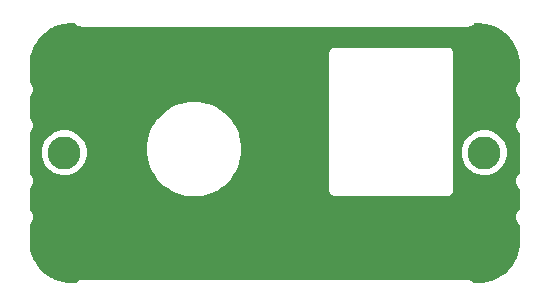
<source format=gbr>
%TF.GenerationSoftware,KiCad,Pcbnew,7.0.2*%
%TF.CreationDate,2023-05-25T14:54:35-03:00*%
%TF.ProjectId,Back_painel,4261636b-5f70-4616-996e-656c2e6b6963,rev?*%
%TF.SameCoordinates,Original*%
%TF.FileFunction,Copper,L1,Top*%
%TF.FilePolarity,Positive*%
%FSLAX46Y46*%
G04 Gerber Fmt 4.6, Leading zero omitted, Abs format (unit mm)*
G04 Created by KiCad (PCBNEW 7.0.2) date 2023-05-25 14:54:35*
%MOMM*%
%LPD*%
G01*
G04 APERTURE LIST*
%TA.AperFunction,ViaPad*%
%ADD10C,2.800000*%
%TD*%
G04 APERTURE END LIST*
D10*
%TO.N,*%
X166248470Y-104956100D03*
X130688470Y-104956100D03*
%TD*%
%TA.AperFunction,NonConductor*%
G36*
X131635144Y-94023785D02*
G01*
X131655786Y-94040419D01*
X131740799Y-94125432D01*
X131871955Y-94213052D01*
X132017694Y-94273391D01*
X132172399Y-94304123D01*
X132172400Y-94304122D01*
X132172401Y-94304123D01*
X132251267Y-94304100D01*
X164685208Y-94304100D01*
X164751100Y-94304100D01*
X164829942Y-94304100D01*
X164829944Y-94304100D01*
X164984594Y-94273338D01*
X164984595Y-94273337D01*
X164984597Y-94273337D01*
X165130279Y-94212994D01*
X165261389Y-94125389D01*
X165346358Y-94040419D01*
X165407682Y-94006934D01*
X165434040Y-94004100D01*
X165685208Y-94004100D01*
X165748049Y-94004100D01*
X165754132Y-94004248D01*
X166088029Y-94020652D01*
X166100137Y-94021845D01*
X166113216Y-94023785D01*
X166427799Y-94070449D01*
X166439717Y-94072819D01*
X166761051Y-94153309D01*
X166772688Y-94156840D01*
X166843906Y-94182322D01*
X167084567Y-94268432D01*
X167095788Y-94273079D01*
X167395263Y-94414720D01*
X167405971Y-94420444D01*
X167690088Y-94590737D01*
X167700206Y-94597497D01*
X167966270Y-94794824D01*
X167975676Y-94802544D01*
X168221113Y-95024995D01*
X168229704Y-95033586D01*
X168416855Y-95240075D01*
X168452155Y-95279023D01*
X168459875Y-95288429D01*
X168657202Y-95554493D01*
X168663962Y-95564611D01*
X168792876Y-95779692D01*
X168834248Y-95848716D01*
X168839983Y-95859444D01*
X168970180Y-96134723D01*
X168981614Y-96158897D01*
X168986270Y-96170140D01*
X169097859Y-96482011D01*
X169101392Y-96493655D01*
X169181877Y-96814969D01*
X169184251Y-96826905D01*
X169232854Y-97154562D01*
X169234047Y-97166671D01*
X169250451Y-97500565D01*
X169250600Y-97506650D01*
X169250600Y-98915534D01*
X169230915Y-98982573D01*
X169218750Y-98998506D01*
X169099914Y-99130485D01*
X169015778Y-99276213D01*
X168963780Y-99436248D01*
X168946191Y-99603600D01*
X168963780Y-99770951D01*
X169015778Y-99930986D01*
X169099912Y-100076711D01*
X169099915Y-100076714D01*
X169212511Y-100201764D01*
X169212513Y-100201765D01*
X169218750Y-100208692D01*
X169248980Y-100271684D01*
X169250600Y-100291665D01*
X169250600Y-101965534D01*
X169230915Y-102032573D01*
X169218750Y-102048506D01*
X169099914Y-102180485D01*
X169015778Y-102326213D01*
X168963780Y-102486248D01*
X168946191Y-102653599D01*
X168963780Y-102820951D01*
X169015778Y-102980986D01*
X169099912Y-103126711D01*
X169101005Y-103127925D01*
X169212511Y-103251764D01*
X169212513Y-103251765D01*
X169218750Y-103258692D01*
X169248980Y-103321684D01*
X169250600Y-103341665D01*
X169250599Y-106665534D01*
X169230914Y-106732573D01*
X169218749Y-106748506D01*
X169099914Y-106880485D01*
X169015778Y-107026213D01*
X168963780Y-107186248D01*
X168946191Y-107353600D01*
X168963780Y-107520951D01*
X169015778Y-107680986D01*
X169099912Y-107826711D01*
X169099915Y-107826714D01*
X169212511Y-107951764D01*
X169212513Y-107951765D01*
X169218750Y-107958692D01*
X169248980Y-108021684D01*
X169250600Y-108041665D01*
X169250600Y-109715534D01*
X169230915Y-109782573D01*
X169218750Y-109798506D01*
X169099914Y-109930485D01*
X169015778Y-110076213D01*
X168963780Y-110236248D01*
X168946191Y-110403600D01*
X168963780Y-110570951D01*
X169015778Y-110730986D01*
X169099912Y-110876711D01*
X169099915Y-110876714D01*
X169212511Y-111001764D01*
X169212513Y-111001765D01*
X169218750Y-111008692D01*
X169248980Y-111071684D01*
X169250600Y-111091665D01*
X169250600Y-112500548D01*
X169250451Y-112506633D01*
X169234047Y-112840528D01*
X169232854Y-112852637D01*
X169184251Y-113180294D01*
X169181877Y-113192230D01*
X169101392Y-113513544D01*
X169097859Y-113525188D01*
X168986270Y-113837059D01*
X168981614Y-113848302D01*
X168839985Y-114147751D01*
X168834248Y-114158483D01*
X168663962Y-114442588D01*
X168657202Y-114452706D01*
X168459875Y-114718770D01*
X168452155Y-114728176D01*
X168229711Y-114973606D01*
X168221106Y-114982211D01*
X167975676Y-115204655D01*
X167966270Y-115212375D01*
X167700206Y-115409702D01*
X167690088Y-115416462D01*
X167405983Y-115586748D01*
X167395251Y-115592485D01*
X167095802Y-115734114D01*
X167084559Y-115738770D01*
X166772688Y-115850359D01*
X166761044Y-115853892D01*
X166439730Y-115934377D01*
X166427794Y-115936751D01*
X166100137Y-115985354D01*
X166088028Y-115986547D01*
X165773089Y-116002019D01*
X165754131Y-116002951D01*
X165748049Y-116003100D01*
X165433987Y-116003100D01*
X165366948Y-115983415D01*
X165346310Y-115966785D01*
X165261379Y-115881854D01*
X165261315Y-115881811D01*
X165130313Y-115794263D01*
X164984685Y-115733914D01*
X164830088Y-115703123D01*
X164787005Y-115703110D01*
X164786959Y-115703108D01*
X164786899Y-115703100D01*
X164786718Y-115703100D01*
X164751267Y-115703100D01*
X164685375Y-115703078D01*
X164685373Y-115703078D01*
X164669154Y-115703073D01*
X164668949Y-115703100D01*
X132172256Y-115703100D01*
X132017605Y-115733861D01*
X131871920Y-115794206D01*
X131740810Y-115881811D01*
X131655841Y-115966781D01*
X131594518Y-116000266D01*
X131568160Y-116003100D01*
X131254151Y-116003100D01*
X131248068Y-116002951D01*
X131228000Y-116001965D01*
X130914171Y-115986547D01*
X130902062Y-115985354D01*
X130574405Y-115936751D01*
X130562469Y-115934377D01*
X130241155Y-115853892D01*
X130229511Y-115850359D01*
X129917640Y-115738770D01*
X129906401Y-115734115D01*
X129606944Y-115592483D01*
X129596221Y-115586750D01*
X129312111Y-115416462D01*
X129301993Y-115409702D01*
X129035929Y-115212375D01*
X129026523Y-115204655D01*
X128987575Y-115169355D01*
X128781086Y-114982204D01*
X128772495Y-114973613D01*
X128550044Y-114728176D01*
X128542324Y-114718770D01*
X128344997Y-114452706D01*
X128338237Y-114442588D01*
X128167944Y-114158471D01*
X128162220Y-114147763D01*
X128020579Y-113848288D01*
X128015929Y-113837059D01*
X127904340Y-113525188D01*
X127900807Y-113513544D01*
X127892058Y-113478615D01*
X127820319Y-113192217D01*
X127817948Y-113180294D01*
X127769345Y-112852637D01*
X127768152Y-112840527D01*
X127751749Y-112506632D01*
X127751600Y-112500548D01*
X127751600Y-111091665D01*
X127771285Y-111024626D01*
X127783450Y-111008692D01*
X127789686Y-111001766D01*
X127789689Y-111001764D01*
X127902285Y-110876714D01*
X127986421Y-110730986D01*
X128038420Y-110570950D01*
X128056009Y-110403600D01*
X128038420Y-110236250D01*
X127986421Y-110076214D01*
X127986421Y-110076213D01*
X127902285Y-109930485D01*
X127783450Y-109798506D01*
X127753220Y-109735515D01*
X127751600Y-109715534D01*
X127751600Y-108041665D01*
X127771285Y-107974626D01*
X127783450Y-107958692D01*
X127789686Y-107951766D01*
X127789689Y-107951764D01*
X127902285Y-107826714D01*
X127986421Y-107680986D01*
X128038420Y-107520950D01*
X128056009Y-107353600D01*
X128038420Y-107186250D01*
X127986421Y-107026214D01*
X127986421Y-107026213D01*
X127902285Y-106880485D01*
X127783450Y-106748506D01*
X127753220Y-106685515D01*
X127751600Y-106665534D01*
X127751600Y-104956099D01*
X128783114Y-104956099D01*
X128802509Y-105227261D01*
X128860293Y-105492896D01*
X128860295Y-105492901D01*
X128955298Y-105747613D01*
X128955300Y-105747617D01*
X128955301Y-105747619D01*
X129085579Y-105986208D01*
X129085583Y-105986213D01*
X129248499Y-106203842D01*
X129440728Y-106396071D01*
X129643943Y-106548197D01*
X129658361Y-106558990D01*
X129853484Y-106665534D01*
X129896957Y-106689272D01*
X130151669Y-106784275D01*
X130151672Y-106784275D01*
X130151673Y-106784276D01*
X130201322Y-106795076D01*
X130417310Y-106842061D01*
X130667580Y-106859960D01*
X130688469Y-106861455D01*
X130688469Y-106861454D01*
X130688470Y-106861455D01*
X130959630Y-106842061D01*
X131225271Y-106784275D01*
X131479983Y-106689272D01*
X131718583Y-106558987D01*
X131936212Y-106396071D01*
X132128441Y-106203842D01*
X132291357Y-105986213D01*
X132421642Y-105747613D01*
X132516645Y-105492901D01*
X132574431Y-105227260D01*
X132593825Y-104956100D01*
X132574431Y-104684940D01*
X132569027Y-104660100D01*
X137669145Y-104660100D01*
X137669294Y-104663132D01*
X137688282Y-105049648D01*
X137688283Y-105049658D01*
X137688432Y-105052691D01*
X137688878Y-105055699D01*
X137688879Y-105055707D01*
X137745658Y-105438486D01*
X137745661Y-105438504D01*
X137746106Y-105441500D01*
X137746842Y-105444439D01*
X137746845Y-105444453D01*
X137840874Y-105819836D01*
X137840877Y-105819846D01*
X137841613Y-105822784D01*
X137842629Y-105825625D01*
X137842635Y-105825643D01*
X137973008Y-106190012D01*
X137973012Y-106190024D01*
X137974032Y-106192872D01*
X138142089Y-106548197D01*
X138344164Y-106885339D01*
X138578312Y-107201051D01*
X138842278Y-107492292D01*
X139133519Y-107756258D01*
X139449231Y-107990406D01*
X139786373Y-108192481D01*
X140141698Y-108360538D01*
X140144556Y-108361560D01*
X140144557Y-108361561D01*
X140508926Y-108491934D01*
X140508931Y-108491935D01*
X140511786Y-108492957D01*
X140893070Y-108588464D01*
X141281879Y-108646138D01*
X141674470Y-108665425D01*
X142067061Y-108646138D01*
X142455870Y-108588464D01*
X142837154Y-108492957D01*
X143207242Y-108360538D01*
X143562567Y-108192481D01*
X143579952Y-108182061D01*
X153123970Y-108182061D01*
X153127412Y-108193783D01*
X153131660Y-108208253D01*
X153135417Y-108225526D01*
X153139304Y-108252557D01*
X153139305Y-108252557D01*
X153150643Y-108277383D01*
X153156824Y-108293957D01*
X153164515Y-108320149D01*
X153164516Y-108320151D01*
X153164517Y-108320153D01*
X153179280Y-108343125D01*
X153187753Y-108358643D01*
X153199092Y-108383472D01*
X153216965Y-108404098D01*
X153227567Y-108418262D01*
X153242325Y-108441227D01*
X153262957Y-108459105D01*
X153275462Y-108471610D01*
X153293342Y-108492243D01*
X153316306Y-108507001D01*
X153330472Y-108517605D01*
X153351095Y-108535476D01*
X153351096Y-108535476D01*
X153351097Y-108535477D01*
X153375925Y-108546815D01*
X153391447Y-108555292D01*
X153414414Y-108570052D01*
X153414416Y-108570052D01*
X153414417Y-108570053D01*
X153440605Y-108577742D01*
X153457183Y-108583926D01*
X153477661Y-108593277D01*
X153482013Y-108595265D01*
X153509040Y-108599151D01*
X153526319Y-108602910D01*
X153552509Y-108610600D01*
X163196430Y-108610600D01*
X163196431Y-108610600D01*
X163222626Y-108602908D01*
X163239896Y-108599151D01*
X163266927Y-108595265D01*
X163291757Y-108583924D01*
X163308335Y-108577742D01*
X163334521Y-108570054D01*
X163334523Y-108570053D01*
X163357490Y-108555292D01*
X163373016Y-108546815D01*
X163397839Y-108535479D01*
X163397839Y-108535478D01*
X163397843Y-108535477D01*
X163418482Y-108517591D01*
X163432625Y-108507005D01*
X163455598Y-108492243D01*
X163473478Y-108471607D01*
X163485977Y-108459108D01*
X163506613Y-108441228D01*
X163521375Y-108418255D01*
X163531961Y-108404112D01*
X163549847Y-108383473D01*
X163561184Y-108358646D01*
X163569664Y-108343118D01*
X163584423Y-108320153D01*
X163584425Y-108320149D01*
X163592112Y-108293965D01*
X163598294Y-108277387D01*
X163609635Y-108252557D01*
X163613521Y-108225526D01*
X163617279Y-108208253D01*
X163624970Y-108182061D01*
X163624970Y-108038139D01*
X163624970Y-108038138D01*
X163624970Y-104956099D01*
X164343114Y-104956099D01*
X164362509Y-105227261D01*
X164420293Y-105492896D01*
X164420295Y-105492901D01*
X164515298Y-105747613D01*
X164515300Y-105747617D01*
X164515301Y-105747619D01*
X164645579Y-105986208D01*
X164645583Y-105986213D01*
X164808499Y-106203842D01*
X165000728Y-106396071D01*
X165203943Y-106548197D01*
X165218361Y-106558990D01*
X165413484Y-106665534D01*
X165456957Y-106689272D01*
X165711669Y-106784275D01*
X165711672Y-106784275D01*
X165711673Y-106784276D01*
X165761322Y-106795076D01*
X165977310Y-106842061D01*
X166248470Y-106861455D01*
X166519630Y-106842061D01*
X166785271Y-106784275D01*
X167039983Y-106689272D01*
X167278583Y-106558987D01*
X167496212Y-106396071D01*
X167688441Y-106203842D01*
X167851357Y-105986213D01*
X167981642Y-105747613D01*
X168076645Y-105492901D01*
X168134431Y-105227260D01*
X168153825Y-104956100D01*
X168134431Y-104684940D01*
X168076645Y-104419299D01*
X167981642Y-104164587D01*
X167874499Y-103968368D01*
X167851360Y-103925991D01*
X167813747Y-103875746D01*
X167688441Y-103708358D01*
X167496212Y-103516129D01*
X167278583Y-103353213D01*
X167278584Y-103353213D01*
X167278578Y-103353209D01*
X167039989Y-103222931D01*
X167039987Y-103222930D01*
X167039983Y-103222928D01*
X166785271Y-103127925D01*
X166785266Y-103127923D01*
X166519631Y-103070139D01*
X166248470Y-103050744D01*
X165977308Y-103070139D01*
X165711673Y-103127923D01*
X165567426Y-103181724D01*
X165456957Y-103222928D01*
X165456954Y-103222929D01*
X165456950Y-103222931D01*
X165218361Y-103353209D01*
X165000725Y-103516131D01*
X164808501Y-103708355D01*
X164645579Y-103925991D01*
X164515301Y-104164580D01*
X164420293Y-104419303D01*
X164362509Y-104684938D01*
X164343114Y-104956099D01*
X163624970Y-104956099D01*
X163624970Y-96524301D01*
X163624970Y-96524300D01*
X163624970Y-96488139D01*
X163617279Y-96461944D01*
X163613520Y-96444666D01*
X163609635Y-96417643D01*
X163607647Y-96413291D01*
X163598296Y-96392813D01*
X163592112Y-96376235D01*
X163584422Y-96350044D01*
X163569662Y-96327077D01*
X163561183Y-96311550D01*
X163549846Y-96286725D01*
X163531975Y-96266102D01*
X163521371Y-96251936D01*
X163506613Y-96228972D01*
X163485980Y-96211092D01*
X163473475Y-96198587D01*
X163455597Y-96177955D01*
X163432632Y-96163197D01*
X163418468Y-96152595D01*
X163397842Y-96134722D01*
X163373013Y-96123383D01*
X163357495Y-96114910D01*
X163334523Y-96100147D01*
X163334521Y-96100146D01*
X163334519Y-96100145D01*
X163308327Y-96092454D01*
X163291758Y-96086274D01*
X163266927Y-96074935D01*
X163239896Y-96071047D01*
X163222623Y-96067290D01*
X163196431Y-96059600D01*
X163160269Y-96059600D01*
X153696431Y-96059600D01*
X153552509Y-96059600D01*
X153526314Y-96067290D01*
X153509037Y-96071048D01*
X153482011Y-96074934D01*
X153457181Y-96086274D01*
X153440610Y-96092455D01*
X153414417Y-96100146D01*
X153391449Y-96114906D01*
X153375933Y-96123378D01*
X153351099Y-96134720D01*
X153330468Y-96152597D01*
X153316312Y-96163194D01*
X153293341Y-96177957D01*
X153275462Y-96198590D01*
X153262960Y-96211092D01*
X153242327Y-96228971D01*
X153227564Y-96251942D01*
X153216967Y-96266098D01*
X153199090Y-96286729D01*
X153187748Y-96311563D01*
X153179276Y-96327079D01*
X153164516Y-96350047D01*
X153156825Y-96376240D01*
X153150644Y-96392811D01*
X153139304Y-96417641D01*
X153135418Y-96444667D01*
X153131660Y-96461944D01*
X153123970Y-96488138D01*
X153123970Y-96488139D01*
X153123970Y-96524300D01*
X153123970Y-96524301D01*
X153123970Y-108038138D01*
X153123970Y-108038139D01*
X153123970Y-108182061D01*
X143579952Y-108182061D01*
X143899709Y-107990406D01*
X144215421Y-107756258D01*
X144506662Y-107492292D01*
X144770628Y-107201051D01*
X145004776Y-106885339D01*
X145206851Y-106548197D01*
X145374908Y-106192872D01*
X145507327Y-105822784D01*
X145602834Y-105441500D01*
X145660508Y-105052691D01*
X145679795Y-104660100D01*
X145660508Y-104267509D01*
X145602834Y-103878700D01*
X145507327Y-103497416D01*
X145444449Y-103321684D01*
X145375931Y-103130187D01*
X145375930Y-103130186D01*
X145374908Y-103127328D01*
X145206851Y-102772003D01*
X145004776Y-102434861D01*
X144770628Y-102119149D01*
X144506662Y-101827908D01*
X144215421Y-101563942D01*
X143899709Y-101329794D01*
X143562567Y-101127719D01*
X143559820Y-101126419D01*
X143559813Y-101126416D01*
X143209987Y-100960960D01*
X143209981Y-100960957D01*
X143207242Y-100959662D01*
X143204394Y-100958642D01*
X143204382Y-100958638D01*
X142840013Y-100828265D01*
X142839995Y-100828259D01*
X142837154Y-100827243D01*
X142834216Y-100826507D01*
X142834206Y-100826504D01*
X142458823Y-100732475D01*
X142458809Y-100732472D01*
X142455870Y-100731736D01*
X142452874Y-100731291D01*
X142452856Y-100731288D01*
X142070077Y-100674509D01*
X142070069Y-100674508D01*
X142067061Y-100674062D01*
X142064028Y-100673913D01*
X142064018Y-100673912D01*
X141677503Y-100654924D01*
X141674470Y-100654775D01*
X141671437Y-100654924D01*
X141284921Y-100673912D01*
X141284909Y-100673913D01*
X141281879Y-100674062D01*
X141278872Y-100674507D01*
X141278862Y-100674509D01*
X140896083Y-100731288D01*
X140896061Y-100731292D01*
X140893070Y-100731736D01*
X140890134Y-100732471D01*
X140890116Y-100732475D01*
X140514733Y-100826504D01*
X140514717Y-100826508D01*
X140511786Y-100827243D01*
X140508950Y-100828257D01*
X140508926Y-100828265D01*
X140144557Y-100958638D01*
X140144538Y-100958645D01*
X140141698Y-100959662D01*
X140138965Y-100960954D01*
X140138952Y-100960960D01*
X139789126Y-101126416D01*
X139789111Y-101126423D01*
X139786373Y-101127719D01*
X139783764Y-101129282D01*
X139783756Y-101129287D01*
X139451836Y-101328232D01*
X139451826Y-101328238D01*
X139449231Y-101329794D01*
X139446803Y-101331593D01*
X139446795Y-101331600D01*
X139135962Y-101562130D01*
X139133519Y-101563942D01*
X139131267Y-101565982D01*
X139131261Y-101565988D01*
X138844531Y-101825865D01*
X138844520Y-101825875D01*
X138842278Y-101827908D01*
X138840245Y-101830150D01*
X138840235Y-101830161D01*
X138580358Y-102116891D01*
X138580352Y-102116897D01*
X138578312Y-102119149D01*
X138576501Y-102121590D01*
X138576500Y-102121592D01*
X138345970Y-102432425D01*
X138345963Y-102432433D01*
X138344164Y-102434861D01*
X138342608Y-102437456D01*
X138342602Y-102437466D01*
X138143657Y-102769386D01*
X138143652Y-102769394D01*
X138142089Y-102772003D01*
X138140793Y-102774741D01*
X138140786Y-102774756D01*
X137975330Y-103124582D01*
X137975324Y-103124595D01*
X137974032Y-103127328D01*
X137973015Y-103130168D01*
X137973008Y-103130187D01*
X137842635Y-103494556D01*
X137842627Y-103494580D01*
X137841613Y-103497416D01*
X137840878Y-103500347D01*
X137840874Y-103500363D01*
X137746845Y-103875746D01*
X137746841Y-103875764D01*
X137746106Y-103878700D01*
X137745662Y-103881691D01*
X137745658Y-103881713D01*
X137688879Y-104264492D01*
X137688877Y-104264502D01*
X137688432Y-104267509D01*
X137688283Y-104270539D01*
X137688282Y-104270551D01*
X137669294Y-104657067D01*
X137669145Y-104660100D01*
X132569027Y-104660100D01*
X132516645Y-104419299D01*
X132421642Y-104164587D01*
X132314499Y-103968368D01*
X132291360Y-103925991D01*
X132253747Y-103875746D01*
X132128441Y-103708358D01*
X131936212Y-103516129D01*
X131718583Y-103353213D01*
X131718584Y-103353213D01*
X131718578Y-103353209D01*
X131479989Y-103222931D01*
X131479987Y-103222930D01*
X131479983Y-103222928D01*
X131225271Y-103127925D01*
X131225266Y-103127923D01*
X130959631Y-103070139D01*
X130688469Y-103050744D01*
X130417308Y-103070139D01*
X130151673Y-103127923D01*
X130007426Y-103181724D01*
X129896957Y-103222928D01*
X129896954Y-103222929D01*
X129896950Y-103222931D01*
X129658361Y-103353209D01*
X129440725Y-103516131D01*
X129248501Y-103708355D01*
X129085579Y-103925991D01*
X128955301Y-104164580D01*
X128860293Y-104419303D01*
X128802509Y-104684938D01*
X128783114Y-104956099D01*
X127751600Y-104956099D01*
X127751600Y-103341665D01*
X127771285Y-103274626D01*
X127783450Y-103258692D01*
X127789686Y-103251766D01*
X127789689Y-103251764D01*
X127902285Y-103126714D01*
X127986421Y-102980986D01*
X128038420Y-102820950D01*
X128056009Y-102653600D01*
X128038420Y-102486250D01*
X127986421Y-102326214D01*
X127986421Y-102326213D01*
X127902285Y-102180485D01*
X127783450Y-102048506D01*
X127753220Y-101985515D01*
X127751600Y-101965534D01*
X127751600Y-100291665D01*
X127771285Y-100224626D01*
X127783450Y-100208692D01*
X127789686Y-100201766D01*
X127789689Y-100201764D01*
X127902285Y-100076714D01*
X127986421Y-99930986D01*
X128038420Y-99770950D01*
X128056009Y-99603600D01*
X128038420Y-99436250D01*
X127986421Y-99276214D01*
X127986421Y-99276213D01*
X127902287Y-99130488D01*
X127883696Y-99109841D01*
X127789689Y-99005436D01*
X127789686Y-99005433D01*
X127783449Y-98998507D01*
X127753219Y-98935515D01*
X127751600Y-98915546D01*
X127751600Y-97506649D01*
X127751749Y-97500566D01*
X127768152Y-97166672D01*
X127769345Y-97154562D01*
X127783283Y-97060600D01*
X127817949Y-96826896D01*
X127820318Y-96814985D01*
X127900810Y-96493643D01*
X127904340Y-96482011D01*
X127911520Y-96461944D01*
X128015935Y-96170125D01*
X128020576Y-96158918D01*
X128162224Y-95859428D01*
X128167940Y-95848736D01*
X128338245Y-95564598D01*
X128344988Y-95554505D01*
X128542332Y-95288418D01*
X128550035Y-95279033D01*
X128772505Y-95033575D01*
X128781075Y-95025005D01*
X129026533Y-94802535D01*
X129035918Y-94794832D01*
X129302005Y-94597488D01*
X129312098Y-94590745D01*
X129596236Y-94420440D01*
X129606928Y-94414724D01*
X129906418Y-94273076D01*
X129917625Y-94268435D01*
X130229512Y-94156839D01*
X130241143Y-94153310D01*
X130562485Y-94072818D01*
X130574396Y-94070449D01*
X130902062Y-94021844D01*
X130914168Y-94020652D01*
X131248067Y-94004248D01*
X131254151Y-94004100D01*
X131316992Y-94004100D01*
X131568105Y-94004100D01*
X131635144Y-94023785D01*
G37*
%TD.AperFunction*%
M02*

</source>
